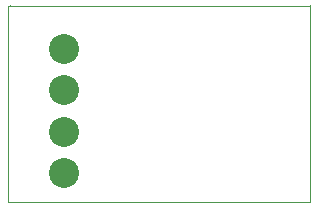
<source format=gbs>
G04 (created by PCBNEW (2013-07-07 BZR 4022)-stable) date 3/6/2015 1:39:28 PM*
%MOIN*%
G04 Gerber Fmt 3.4, Leading zero omitted, Abs format*
%FSLAX34Y34*%
G01*
G70*
G90*
G04 APERTURE LIST*
%ADD10C,0.00590551*%
%ADD11C,0.00393701*%
%ADD12C,0.1*%
G04 APERTURE END LIST*
G54D10*
G54D11*
X5423Y-5454D02*
X5423Y-5450D01*
X15404Y-5454D02*
X5423Y-5454D01*
X5354Y-5460D02*
X5444Y-5460D01*
X5354Y-12015D02*
X5354Y-5460D01*
X15404Y-12015D02*
X5354Y-12015D01*
X15404Y-5445D02*
X15404Y-12015D01*
G54D12*
X7199Y-6904D03*
X7199Y-8282D03*
X7199Y-9659D03*
X7199Y-11037D03*
M02*

</source>
